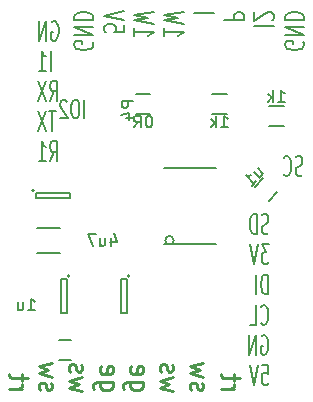
<source format=gbr>
G04 #@! TF.FileFunction,Legend,Bot*
%FSLAX46Y46*%
G04 Gerber Fmt 4.6, Leading zero omitted, Abs format (unit mm)*
G04 Created by KiCad (PCBNEW 4.0.0-stable) date 17.06.2016 16:47:32*
%MOMM*%
G01*
G04 APERTURE LIST*
%ADD10C,0.100000*%
%ADD11C,0.200000*%
%ADD12C,0.250000*%
%ADD13C,0.150000*%
G04 APERTURE END LIST*
D10*
D11*
X106918000Y-80434571D02*
X106918000Y-78934571D01*
X106251334Y-78934571D02*
X106060857Y-78934571D01*
X105965619Y-79006000D01*
X105870381Y-79148857D01*
X105822762Y-79434571D01*
X105822762Y-79934571D01*
X105870381Y-80220286D01*
X105965619Y-80363143D01*
X106060857Y-80434571D01*
X106251334Y-80434571D01*
X106346572Y-80363143D01*
X106441810Y-80220286D01*
X106489429Y-79934571D01*
X106489429Y-79434571D01*
X106441810Y-79148857D01*
X106346572Y-79006000D01*
X106251334Y-78934571D01*
X105441810Y-79077429D02*
X105394191Y-79006000D01*
X105298953Y-78934571D01*
X105060857Y-78934571D01*
X104965619Y-79006000D01*
X104918000Y-79077429D01*
X104870381Y-79220286D01*
X104870381Y-79363143D01*
X104918000Y-79577429D01*
X105489429Y-80434571D01*
X104870381Y-80434571D01*
X125372714Y-85262000D02*
X125229857Y-85342000D01*
X124991761Y-85342000D01*
X124896523Y-85262000D01*
X124848904Y-85182000D01*
X124801285Y-85022000D01*
X124801285Y-84862000D01*
X124848904Y-84702000D01*
X124896523Y-84622000D01*
X124991761Y-84542000D01*
X125182238Y-84462000D01*
X125277476Y-84382000D01*
X125325095Y-84302000D01*
X125372714Y-84142000D01*
X125372714Y-83982000D01*
X125325095Y-83822000D01*
X125277476Y-83742000D01*
X125182238Y-83662000D01*
X124944142Y-83662000D01*
X124801285Y-83742000D01*
X123801285Y-85182000D02*
X123848904Y-85262000D01*
X123991761Y-85342000D01*
X124086999Y-85342000D01*
X124229857Y-85262000D01*
X124325095Y-85102000D01*
X124372714Y-84942000D01*
X124420333Y-84622000D01*
X124420333Y-84382000D01*
X124372714Y-84062000D01*
X124325095Y-83902000D01*
X124229857Y-83742000D01*
X124086999Y-83662000D01*
X123991761Y-83662000D01*
X123848904Y-83742000D01*
X123801285Y-83822000D01*
X125469000Y-73989857D02*
X125549000Y-74104143D01*
X125549000Y-74275572D01*
X125469000Y-74447000D01*
X125309000Y-74561286D01*
X125149000Y-74618429D01*
X124829000Y-74675572D01*
X124589000Y-74675572D01*
X124269000Y-74618429D01*
X124109000Y-74561286D01*
X123949000Y-74447000D01*
X123869000Y-74275572D01*
X123869000Y-74161286D01*
X123949000Y-73989857D01*
X124029000Y-73932714D01*
X124589000Y-73932714D01*
X124589000Y-74161286D01*
X123869000Y-73418429D02*
X125549000Y-73418429D01*
X123869000Y-72732714D01*
X125549000Y-72732714D01*
X123869000Y-72161286D02*
X125549000Y-72161286D01*
X125549000Y-71875571D01*
X125469000Y-71704143D01*
X125309000Y-71589857D01*
X125149000Y-71532714D01*
X124829000Y-71475571D01*
X124589000Y-71475571D01*
X124269000Y-71532714D01*
X124109000Y-71589857D01*
X123949000Y-71704143D01*
X123869000Y-71875571D01*
X123869000Y-72161286D01*
X121317000Y-72675572D02*
X122997000Y-72675572D01*
X122837000Y-72161286D02*
X122917000Y-72104143D01*
X122997000Y-71989857D01*
X122997000Y-71704143D01*
X122917000Y-71589857D01*
X122837000Y-71532714D01*
X122677000Y-71475571D01*
X122517000Y-71475571D01*
X122277000Y-71532714D01*
X121317000Y-72218428D01*
X121317000Y-71475571D01*
X118765000Y-72161286D02*
X120445000Y-72161286D01*
X120445000Y-71704143D01*
X120365000Y-71589857D01*
X120285000Y-71532714D01*
X120125000Y-71475571D01*
X119885000Y-71475571D01*
X119725000Y-71532714D01*
X119645000Y-71589857D01*
X119565000Y-71704143D01*
X119565000Y-72161286D01*
X116213000Y-71532715D02*
X117893000Y-71532715D01*
X113661000Y-72847000D02*
X113661000Y-73532715D01*
X113661000Y-73189857D02*
X115341000Y-73189857D01*
X115101000Y-73304143D01*
X114941000Y-73418429D01*
X114861000Y-73532715D01*
X115341000Y-72447000D02*
X113661000Y-72161286D01*
X114861000Y-71932715D01*
X113661000Y-71704143D01*
X115341000Y-71418429D01*
X111109000Y-72847000D02*
X111109000Y-73532715D01*
X111109000Y-73189857D02*
X112789000Y-73189857D01*
X112549000Y-73304143D01*
X112389000Y-73418429D01*
X112309000Y-73532715D01*
X112789000Y-72447000D02*
X111109000Y-72161286D01*
X112309000Y-71932715D01*
X111109000Y-71704143D01*
X112789000Y-71418429D01*
X110237000Y-72561285D02*
X110237000Y-73132714D01*
X109437000Y-73189857D01*
X109517000Y-73132714D01*
X109597000Y-73018428D01*
X109597000Y-72732714D01*
X109517000Y-72618428D01*
X109437000Y-72561285D01*
X109277000Y-72504142D01*
X108877000Y-72504142D01*
X108717000Y-72561285D01*
X108637000Y-72618428D01*
X108557000Y-72732714D01*
X108557000Y-73018428D01*
X108637000Y-73132714D01*
X108717000Y-73189857D01*
X110237000Y-72161285D02*
X108557000Y-71761285D01*
X110237000Y-71361285D01*
X107605000Y-73989857D02*
X107685000Y-74104143D01*
X107685000Y-74275572D01*
X107605000Y-74447000D01*
X107445000Y-74561286D01*
X107285000Y-74618429D01*
X106965000Y-74675572D01*
X106725000Y-74675572D01*
X106405000Y-74618429D01*
X106245000Y-74561286D01*
X106085000Y-74447000D01*
X106005000Y-74275572D01*
X106005000Y-74161286D01*
X106085000Y-73989857D01*
X106165000Y-73932714D01*
X106725000Y-73932714D01*
X106725000Y-74161286D01*
X106005000Y-73418429D02*
X107685000Y-73418429D01*
X106005000Y-72732714D01*
X107685000Y-72732714D01*
X106005000Y-72161286D02*
X107685000Y-72161286D01*
X107685000Y-71875571D01*
X107605000Y-71704143D01*
X107445000Y-71589857D01*
X107285000Y-71532714D01*
X106965000Y-71475571D01*
X106725000Y-71475571D01*
X106405000Y-71532714D01*
X106245000Y-71589857D01*
X106085000Y-71704143D01*
X106005000Y-71875571D01*
X106005000Y-72161286D01*
X104155714Y-72276000D02*
X104250952Y-72196000D01*
X104393809Y-72196000D01*
X104536667Y-72276000D01*
X104631905Y-72436000D01*
X104679524Y-72596000D01*
X104727143Y-72916000D01*
X104727143Y-73156000D01*
X104679524Y-73476000D01*
X104631905Y-73636000D01*
X104536667Y-73796000D01*
X104393809Y-73876000D01*
X104298571Y-73876000D01*
X104155714Y-73796000D01*
X104108095Y-73716000D01*
X104108095Y-73156000D01*
X104298571Y-73156000D01*
X103679524Y-73876000D02*
X103679524Y-72196000D01*
X103108095Y-73876000D01*
X103108095Y-72196000D01*
X104060476Y-76428000D02*
X104060476Y-74748000D01*
X103060476Y-76428000D02*
X103631905Y-76428000D01*
X103346191Y-76428000D02*
X103346191Y-74748000D01*
X103441429Y-74988000D01*
X103536667Y-75148000D01*
X103631905Y-75228000D01*
X104012857Y-78980000D02*
X104346191Y-78180000D01*
X104584286Y-78980000D02*
X104584286Y-77300000D01*
X104203333Y-77300000D01*
X104108095Y-77380000D01*
X104060476Y-77460000D01*
X104012857Y-77620000D01*
X104012857Y-77860000D01*
X104060476Y-78020000D01*
X104108095Y-78100000D01*
X104203333Y-78180000D01*
X104584286Y-78180000D01*
X103679524Y-77300000D02*
X103012857Y-78980000D01*
X103012857Y-77300000D02*
X103679524Y-78980000D01*
X104489048Y-79852000D02*
X103917619Y-79852000D01*
X104203334Y-81532000D02*
X104203334Y-79852000D01*
X103679524Y-79852000D02*
X103012857Y-81532000D01*
X103012857Y-79852000D02*
X103679524Y-81532000D01*
X104012857Y-84084000D02*
X104346191Y-83284000D01*
X104584286Y-84084000D02*
X104584286Y-82404000D01*
X104203333Y-82404000D01*
X104108095Y-82484000D01*
X104060476Y-82564000D01*
X104012857Y-82724000D01*
X104012857Y-82964000D01*
X104060476Y-83124000D01*
X104108095Y-83204000D01*
X104203333Y-83284000D01*
X104584286Y-83284000D01*
X103060476Y-84084000D02*
X103631905Y-84084000D01*
X103346191Y-84084000D02*
X103346191Y-82404000D01*
X103441429Y-82644000D01*
X103536667Y-82804000D01*
X103631905Y-82884000D01*
X122491524Y-90185000D02*
X122348667Y-90265000D01*
X122110571Y-90265000D01*
X122015333Y-90185000D01*
X121967714Y-90105000D01*
X121920095Y-89945000D01*
X121920095Y-89785000D01*
X121967714Y-89625000D01*
X122015333Y-89545000D01*
X122110571Y-89465000D01*
X122301048Y-89385000D01*
X122396286Y-89305000D01*
X122443905Y-89225000D01*
X122491524Y-89065000D01*
X122491524Y-88905000D01*
X122443905Y-88745000D01*
X122396286Y-88665000D01*
X122301048Y-88585000D01*
X122062952Y-88585000D01*
X121920095Y-88665000D01*
X121491524Y-90265000D02*
X121491524Y-88585000D01*
X121253429Y-88585000D01*
X121110571Y-88665000D01*
X121015333Y-88825000D01*
X120967714Y-88985000D01*
X120920095Y-89305000D01*
X120920095Y-89545000D01*
X120967714Y-89865000D01*
X121015333Y-90025000D01*
X121110571Y-90185000D01*
X121253429Y-90265000D01*
X121491524Y-90265000D01*
X122539143Y-91137000D02*
X121920095Y-91137000D01*
X122253429Y-91777000D01*
X122110571Y-91777000D01*
X122015333Y-91857000D01*
X121967714Y-91937000D01*
X121920095Y-92097000D01*
X121920095Y-92497000D01*
X121967714Y-92657000D01*
X122015333Y-92737000D01*
X122110571Y-92817000D01*
X122396286Y-92817000D01*
X122491524Y-92737000D01*
X122539143Y-92657000D01*
X121634381Y-91137000D02*
X121301048Y-92817000D01*
X120967714Y-91137000D01*
X122443905Y-95369000D02*
X122443905Y-93689000D01*
X122205810Y-93689000D01*
X122062952Y-93769000D01*
X121967714Y-93929000D01*
X121920095Y-94089000D01*
X121872476Y-94409000D01*
X121872476Y-94649000D01*
X121920095Y-94969000D01*
X121967714Y-95129000D01*
X122062952Y-95289000D01*
X122205810Y-95369000D01*
X122443905Y-95369000D01*
X121443905Y-95369000D02*
X121443905Y-93689000D01*
X121872476Y-97761000D02*
X121920095Y-97841000D01*
X122062952Y-97921000D01*
X122158190Y-97921000D01*
X122301048Y-97841000D01*
X122396286Y-97681000D01*
X122443905Y-97521000D01*
X122491524Y-97201000D01*
X122491524Y-96961000D01*
X122443905Y-96641000D01*
X122396286Y-96481000D01*
X122301048Y-96321000D01*
X122158190Y-96241000D01*
X122062952Y-96241000D01*
X121920095Y-96321000D01*
X121872476Y-96401000D01*
X120967714Y-97921000D02*
X121443905Y-97921000D01*
X121443905Y-96241000D01*
X121920095Y-98873000D02*
X122015333Y-98793000D01*
X122158190Y-98793000D01*
X122301048Y-98873000D01*
X122396286Y-99033000D01*
X122443905Y-99193000D01*
X122491524Y-99513000D01*
X122491524Y-99753000D01*
X122443905Y-100073000D01*
X122396286Y-100233000D01*
X122301048Y-100393000D01*
X122158190Y-100473000D01*
X122062952Y-100473000D01*
X121920095Y-100393000D01*
X121872476Y-100313000D01*
X121872476Y-99753000D01*
X122062952Y-99753000D01*
X121443905Y-100473000D02*
X121443905Y-98793000D01*
X120872476Y-100473000D01*
X120872476Y-98793000D01*
X121967714Y-101345000D02*
X122443905Y-101345000D01*
X122491524Y-102145000D01*
X122443905Y-102065000D01*
X122348667Y-101985000D01*
X122110571Y-101985000D01*
X122015333Y-102065000D01*
X121967714Y-102145000D01*
X121920095Y-102305000D01*
X121920095Y-102705000D01*
X121967714Y-102865000D01*
X122015333Y-102945000D01*
X122110571Y-103025000D01*
X122348667Y-103025000D01*
X122443905Y-102945000D01*
X122491524Y-102865000D01*
X121634381Y-101345000D02*
X121301048Y-103025000D01*
X120967714Y-101345000D01*
D12*
X118449571Y-103401857D02*
X119549571Y-103401857D01*
X119235286Y-103401857D02*
X119392429Y-103330429D01*
X119471000Y-103259000D01*
X119549571Y-103116143D01*
X119549571Y-102973286D01*
X119549571Y-102687572D02*
X119549571Y-102116143D01*
X120099571Y-102473286D02*
X118685286Y-102473286D01*
X118528143Y-102401858D01*
X118449571Y-102259000D01*
X118449571Y-102116143D01*
X115968143Y-103473286D02*
X115889571Y-103330429D01*
X115889571Y-103044714D01*
X115968143Y-102901857D01*
X116125286Y-102830429D01*
X116203857Y-102830429D01*
X116361000Y-102901857D01*
X116439571Y-103044714D01*
X116439571Y-103259000D01*
X116518143Y-103401857D01*
X116675286Y-103473286D01*
X116753857Y-103473286D01*
X116911000Y-103401857D01*
X116989571Y-103259000D01*
X116989571Y-103044714D01*
X116911000Y-102901857D01*
X116989571Y-102330428D02*
X115889571Y-102044714D01*
X116675286Y-101759000D01*
X115889571Y-101473285D01*
X116989571Y-101187571D01*
X114429571Y-103544714D02*
X113329571Y-103259000D01*
X114115286Y-102973286D01*
X113329571Y-102687571D01*
X114429571Y-102401857D01*
X113408143Y-101901857D02*
X113329571Y-101759000D01*
X113329571Y-101473285D01*
X113408143Y-101330428D01*
X113565286Y-101259000D01*
X113643857Y-101259000D01*
X113801000Y-101330428D01*
X113879571Y-101473285D01*
X113879571Y-101687571D01*
X113958143Y-101830428D01*
X114115286Y-101901857D01*
X114193857Y-101901857D01*
X114351000Y-101830428D01*
X114429571Y-101687571D01*
X114429571Y-101473285D01*
X114351000Y-101330428D01*
X111869571Y-102759000D02*
X110533857Y-102759000D01*
X110376714Y-102830429D01*
X110298143Y-102901857D01*
X110219571Y-103044714D01*
X110219571Y-103259000D01*
X110298143Y-103401857D01*
X110848143Y-102759000D02*
X110769571Y-102901857D01*
X110769571Y-103187571D01*
X110848143Y-103330429D01*
X110926714Y-103401857D01*
X111083857Y-103473286D01*
X111555286Y-103473286D01*
X111712429Y-103401857D01*
X111791000Y-103330429D01*
X111869571Y-103187571D01*
X111869571Y-102901857D01*
X111791000Y-102759000D01*
X110848143Y-101473286D02*
X110769571Y-101616143D01*
X110769571Y-101901857D01*
X110848143Y-102044714D01*
X111005286Y-102116143D01*
X111633857Y-102116143D01*
X111791000Y-102044714D01*
X111869571Y-101901857D01*
X111869571Y-101616143D01*
X111791000Y-101473286D01*
X111633857Y-101401857D01*
X111476714Y-101401857D01*
X111319571Y-102116143D01*
X109309571Y-102759000D02*
X107973857Y-102759000D01*
X107816714Y-102830429D01*
X107738143Y-102901857D01*
X107659571Y-103044714D01*
X107659571Y-103259000D01*
X107738143Y-103401857D01*
X108288143Y-102759000D02*
X108209571Y-102901857D01*
X108209571Y-103187571D01*
X108288143Y-103330429D01*
X108366714Y-103401857D01*
X108523857Y-103473286D01*
X108995286Y-103473286D01*
X109152429Y-103401857D01*
X109231000Y-103330429D01*
X109309571Y-103187571D01*
X109309571Y-102901857D01*
X109231000Y-102759000D01*
X108288143Y-101473286D02*
X108209571Y-101616143D01*
X108209571Y-101901857D01*
X108288143Y-102044714D01*
X108445286Y-102116143D01*
X109073857Y-102116143D01*
X109231000Y-102044714D01*
X109309571Y-101901857D01*
X109309571Y-101616143D01*
X109231000Y-101473286D01*
X109073857Y-101401857D01*
X108916714Y-101401857D01*
X108759571Y-102116143D01*
X106749571Y-103544714D02*
X105649571Y-103259000D01*
X106435286Y-102973286D01*
X105649571Y-102687571D01*
X106749571Y-102401857D01*
X105728143Y-101901857D02*
X105649571Y-101759000D01*
X105649571Y-101473285D01*
X105728143Y-101330428D01*
X105885286Y-101259000D01*
X105963857Y-101259000D01*
X106121000Y-101330428D01*
X106199571Y-101473285D01*
X106199571Y-101687571D01*
X106278143Y-101830428D01*
X106435286Y-101901857D01*
X106513857Y-101901857D01*
X106671000Y-101830428D01*
X106749571Y-101687571D01*
X106749571Y-101473285D01*
X106671000Y-101330428D01*
X103168143Y-103473286D02*
X103089571Y-103330429D01*
X103089571Y-103044714D01*
X103168143Y-102901857D01*
X103325286Y-102830429D01*
X103403857Y-102830429D01*
X103561000Y-102901857D01*
X103639571Y-103044714D01*
X103639571Y-103259000D01*
X103718143Y-103401857D01*
X103875286Y-103473286D01*
X103953857Y-103473286D01*
X104111000Y-103401857D01*
X104189571Y-103259000D01*
X104189571Y-103044714D01*
X104111000Y-102901857D01*
X104189571Y-102330428D02*
X103089571Y-102044714D01*
X103875286Y-101759000D01*
X103089571Y-101473285D01*
X104189571Y-101187571D01*
X100529571Y-103401857D02*
X101629571Y-103401857D01*
X101315286Y-103401857D02*
X101472429Y-103330429D01*
X101551000Y-103259000D01*
X101629571Y-103116143D01*
X101629571Y-102973286D01*
X101629571Y-102687572D02*
X101629571Y-102116143D01*
X102179571Y-102473286D02*
X100765286Y-102473286D01*
X100608143Y-102401858D01*
X100529571Y-102259000D01*
X100529571Y-102116143D01*
D13*
X114474000Y-90784000D02*
G75*
G03X114474000Y-90784000I-350000J0D01*
G01*
X113624000Y-91134000D02*
X118024000Y-91134000D01*
X113624000Y-84634000D02*
X118024000Y-84634000D01*
X104783000Y-99226000D02*
X105783000Y-99226000D01*
X105783000Y-100926000D02*
X104783000Y-100926000D01*
X102886000Y-89780000D02*
X104886000Y-89780000D01*
X104886000Y-91830000D02*
X102886000Y-91830000D01*
X121346406Y-86239513D02*
X122053513Y-85532406D01*
X123255594Y-86734487D02*
X122548487Y-87441594D01*
X123790000Y-79389000D02*
X122590000Y-79389000D01*
X122590000Y-81139000D02*
X123790000Y-81139000D01*
X105656000Y-93804000D02*
G75*
G03X105656000Y-93804000I-100000J0D01*
G01*
X104906000Y-94054000D02*
X105406000Y-94054000D01*
X104906000Y-96954000D02*
X104906000Y-94054000D01*
X105406000Y-96954000D02*
X104906000Y-96954000D01*
X105406000Y-94054000D02*
X105406000Y-96954000D01*
X102667000Y-86595000D02*
G75*
G03X102667000Y-86595000I-100000J0D01*
G01*
X102817000Y-87245000D02*
X102817000Y-86745000D01*
X105717000Y-87245000D02*
X102817000Y-87245000D01*
X105717000Y-86745000D02*
X105717000Y-87245000D01*
X102817000Y-86745000D02*
X105717000Y-86745000D01*
X110736000Y-93804000D02*
G75*
G03X110736000Y-93804000I-100000J0D01*
G01*
X109986000Y-94054000D02*
X110486000Y-94054000D01*
X109986000Y-96954000D02*
X109986000Y-94054000D01*
X110486000Y-96954000D02*
X109986000Y-96954000D01*
X110486000Y-94054000D02*
X110486000Y-96954000D01*
X117764000Y-80123000D02*
X118964000Y-80123000D01*
X118964000Y-78373000D02*
X117764000Y-78373000D01*
X111287000Y-80123000D02*
X112487000Y-80123000D01*
X112487000Y-78373000D02*
X111287000Y-78373000D01*
X102147666Y-96718381D02*
X102719095Y-96718381D01*
X102433381Y-96718381D02*
X102433381Y-95718381D01*
X102528619Y-95861238D01*
X102623857Y-95956476D01*
X102719095Y-96004095D01*
X101290523Y-96051714D02*
X101290523Y-96718381D01*
X101719095Y-96051714D02*
X101719095Y-96575524D01*
X101671476Y-96670762D01*
X101576238Y-96718381D01*
X101433380Y-96718381D01*
X101338142Y-96670762D01*
X101290523Y-96623143D01*
X109196095Y-90590714D02*
X109196095Y-91257381D01*
X109434191Y-90209762D02*
X109672286Y-90924048D01*
X109053238Y-90924048D01*
X108243714Y-90590714D02*
X108243714Y-91257381D01*
X108672286Y-90590714D02*
X108672286Y-91114524D01*
X108624667Y-91209762D01*
X108529429Y-91257381D01*
X108386571Y-91257381D01*
X108291333Y-91209762D01*
X108243714Y-91162143D01*
X107862762Y-90257381D02*
X107196095Y-90257381D01*
X107624667Y-91257381D01*
X121318671Y-85007282D02*
X121790076Y-85478687D01*
X121621717Y-84704236D02*
X121992107Y-85074625D01*
X122025778Y-85175640D01*
X121992107Y-85276656D01*
X121891091Y-85377671D01*
X121790076Y-85411343D01*
X121722732Y-85411343D01*
X121082969Y-86185793D02*
X121487030Y-85781732D01*
X121285000Y-85983762D02*
X120577893Y-85276656D01*
X120746252Y-85310327D01*
X120880939Y-85310327D01*
X120981954Y-85276656D01*
X123309047Y-79065381D02*
X123880476Y-79065381D01*
X123594762Y-79065381D02*
X123594762Y-78065381D01*
X123690000Y-78208238D01*
X123785238Y-78303476D01*
X123880476Y-78351095D01*
X122880476Y-79065381D02*
X122880476Y-78065381D01*
X122785238Y-78684429D02*
X122499523Y-79065381D01*
X122499523Y-78398714D02*
X122880476Y-78779667D01*
X118483047Y-81224381D02*
X119054476Y-81224381D01*
X118768762Y-81224381D02*
X118768762Y-80224381D01*
X118864000Y-80367238D01*
X118959238Y-80462476D01*
X119054476Y-80510095D01*
X118054476Y-81224381D02*
X118054476Y-80224381D01*
X117959238Y-80843429D02*
X117673523Y-81224381D01*
X117673523Y-80557714D02*
X118054476Y-80938667D01*
X112434619Y-80224381D02*
X112339380Y-80224381D01*
X112244142Y-80272000D01*
X112196523Y-80319619D01*
X112148904Y-80414857D01*
X112101285Y-80605333D01*
X112101285Y-80843429D01*
X112148904Y-81033905D01*
X112196523Y-81129143D01*
X112244142Y-81176762D01*
X112339380Y-81224381D01*
X112434619Y-81224381D01*
X112529857Y-81176762D01*
X112577476Y-81129143D01*
X112625095Y-81033905D01*
X112672714Y-80843429D01*
X112672714Y-80605333D01*
X112625095Y-80414857D01*
X112577476Y-80319619D01*
X112529857Y-80272000D01*
X112434619Y-80224381D01*
X111101285Y-81224381D02*
X111434619Y-80748190D01*
X111672714Y-81224381D02*
X111672714Y-80224381D01*
X111291761Y-80224381D01*
X111196523Y-80272000D01*
X111148904Y-80319619D01*
X111101285Y-80414857D01*
X111101285Y-80557714D01*
X111148904Y-80652952D01*
X111196523Y-80700571D01*
X111291761Y-80748190D01*
X111672714Y-80748190D01*
X111069381Y-79017905D02*
X110069381Y-79017905D01*
X110069381Y-79398858D01*
X110117000Y-79494096D01*
X110164619Y-79541715D01*
X110259857Y-79589334D01*
X110402714Y-79589334D01*
X110497952Y-79541715D01*
X110545571Y-79494096D01*
X110593190Y-79398858D01*
X110593190Y-79017905D01*
X110402714Y-80446477D02*
X111069381Y-80446477D01*
X110021762Y-80208381D02*
X110736048Y-79970286D01*
X110736048Y-80589334D01*
M02*

</source>
